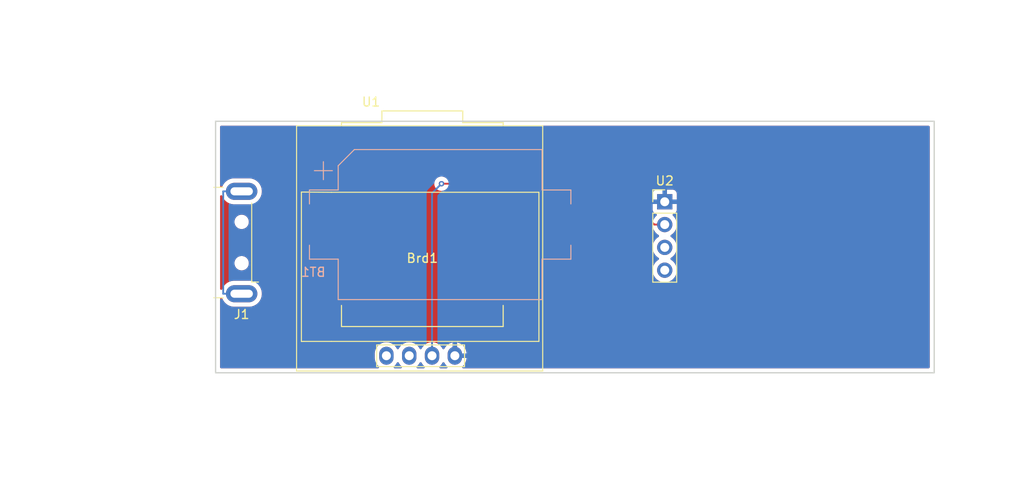
<source format=kicad_pcb>
(kicad_pcb (version 20241229) (generator "pcbnew") (generator_version "9.0")
  (layers (0 "F.Cu" signal) (2 "B.Cu" signal) (13 "F.Paste" user) (15 "B.Paste" user) (5 "F.SilkS" user "F.Silkscreen") (7 "B.SilkS" user "B.Silkscreen") (1 "F.Mask" user) (3 "B.Mask" user) (25 "Edge.Cuts" user))
  (net 0 "")
  (net 1 "GND")
  (net 4 "+5V")
  (net 16 "unconnected-(J1-Shield-Pad5)")
  (net 21 "+3.3V")
  (footprint "CustomLibrary:SCD40_CO2_module" (layer "F.Cu") (at 110 96.46)
    (property "Reference" "U2" (at 0 -2.33 0) (layer "F.SilkS"))
    (property "Value" "~")
    (fp_line (start -1.33 -1.33) (end 0 -1.33) (stroke (width 0.12)) (layer "F.SilkS"))
    (fp_line (start -1.33 0) (end -1.33 -1.33) (stroke (width 0.12)) (layer "F.SilkS"))
    (fp_line (start -1.33 1.27) (end -1.33 8.95) (stroke (width 0.12)) (layer "F.SilkS"))
    (fp_line (start -1.33 1.27) (end 1.33 1.27) (stroke (width 0.12)) (layer "F.SilkS"))
    (fp_line (start -1.33 8.95) (end 1.33 8.95) (stroke (width 0.12)) (layer "F.SilkS"))
    (fp_line (start 1.33 1.27) (end 1.33 8.95) (stroke (width 0.12)) (layer "F.SilkS"))
    (pad "1" thru_hole rect (at 0 0) (size 1.7 1.7) (drill 1) (layers "*.Cu" "*.Mask") (net 1 "GND"))
    (pad "2" thru_hole oval (at 0 2.54) (size 1.7 1.7) (drill 1) (layers "*.Cu" "*.Mask") (net 21 "+3.3V"))
    (pad "3" thru_hole oval (at 0 5.08) (size 1.7 1.7) (drill 1) (layers "*.Cu" "*.Mask"))
    (pad "4" thru_hole oval (at 0 7.62) (size 1.7 1.7) (drill 1) (layers "*.Cu" "*.Mask"))
  )
  (footprint "CustomLibrary:128x64OLED" (layer "F.Cu") (at 83.015 103 180)
    (property "Reference" "Brd1" (at 0 0.254 0) (layer "F.SilkS"))
    (property "Value" "SSD1306")
    (fp_line (start 14 15) (end -13.4 15) (stroke (width 0.12)) (layer "F.SilkS"))
    (fp_line (start 14 -12.3) (end 14 15) (stroke (width 0.12)) (layer "F.SilkS"))
    (fp_line (start 13.462 7.62) (end 13.462 -9.017) (stroke (width 0.12)) (layer "F.SilkS"))
    (fp_line (start 13.462 -9.017) (end 13.208 -9.005) (stroke (width 0.12)) (layer "F.SilkS"))
    (fp_line (start 10.122 7.595) (end 13.462 7.62) (stroke (width 0.12)) (layer "F.SilkS"))
    (fp_line (start 10.122 7.595) (end -12.978 7.595) (stroke (width 0.12)) (layer "F.SilkS"))
    (fp_line (start 10.122 -9.005) (end 13.208 -9.005) (stroke (width 0.12)) (layer "F.SilkS"))
    (fp_line (start 5.08 -9.398) (end -4.699 -9.398) (stroke (width 0.12)) (layer "F.SilkS"))
    (fp_line (start 5.08 -11.811) (end 5.08 -9.398) (stroke (width 0.12)) (layer "F.SilkS"))
    (fp_line (start -4.699 -11.811) (end 5.08 -11.811) (stroke (width 0.12)) (layer "F.SilkS"))
    (fp_line (start -4.699 -11.811) (end -4.699 -9.398) (stroke (width 0.12)) (layer "F.SilkS"))
    (fp_line (start -12.978 7.595) (end -12.978 -9.005) (stroke (width 0.12)) (layer "F.SilkS"))
    (fp_line (start -12.978 -9.005) (end 10.122 -9.005) (stroke (width 0.12)) (layer "F.SilkS"))
    (fp_line (start -13.4 15) (end -13.4 -12.3) (stroke (width 0.12)) (layer "F.SilkS"))
    (fp_line (start -13.4 -12.3) (end 14 -12.3) (stroke (width 0.12)) (layer "F.SilkS"))
    (pad "1" thru_hole oval (at -3.62 -10.6 270) (size 2 1.6) (drill 1) (layers "*.Cu" "*.Mask") (net 1 "GND"))
    (pad "2" thru_hole oval (at -1.08 -10.6 270) (size 2 1.6) (drill 1) (layers "*.Cu" "*.Mask") (net 21 "+3.3V"))
    (pad "3" thru_hole oval (at 1.46 -10.6 270) (size 2 1.6) (drill 1) (layers "*.Cu" "*.Mask"))
    (pad "4" thru_hole oval (at 4 -10.6 270) (size 2 1.6) (drill 1) (layers "*.Cu" "*.Mask"))
  )
  (footprint "Connector_USB:USB_A_CNCTech_1001-011-01101_Horizontal" (layer "F.Cu") (at 56 101 180)
    (property "Reference" "J1" (at -6.9 -8 0) (layer "F.SilkS"))
    (property "Value" "USB_A")
    (fp_line (start -4.85 6.145) (end -3.8 6.145) (stroke (width 0.12)) (layer "F.SilkS"))
    (fp_line (start -4.85 -6.145) (end -3.8 -6.145) (stroke (width 0.12)) (layer "F.SilkS"))
    (fp_line (start -8.02 -4.4) (end -8.02 4.4) (stroke (width 0.12)) (layer "F.SilkS"))
    (fp_line (start -8.02 -4.4) (end -8.775 -4.4) (stroke (width 0.12)) (layer "F.SilkS"))
    (pad "" np_thru_hole circle (at -6.9 -2.3 180) (size 1.1 1.1) (drill 1.1) (layers "*.Cu" "*.Mask"))
    (pad "" np_thru_hole circle (at -6.9 2.3 180) (size 1.1 1.1) (drill 1.1) (layers "*.Cu" "*.Mask"))
    (pad "1" smd rect (at -9.65 -3.5 180) (size 2.5 1.1) (layers "F.Cu" "F.Mask" "F.Paste") (net 4 "+5V"))
    (pad "2" smd rect (at -9.65 -1 180) (size 2.5 1.1) (layers "F.Cu" "F.Mask" "F.Paste"))
    (pad "3" smd rect (at -9.65 1 180) (size 2.5 1.1) (layers "F.Cu" "F.Mask" "F.Paste"))
    (pad "4" smd rect (at -9.65 3.5 180) (size 2.5 1.1) (layers "F.Cu" "F.Mask" "F.Paste") (net 1 "GND"))
    (pad "5" thru_hole oval (at -6.9 -5.7 180) (size 3.5 1.9) (drill oval 2.5 0.9) (property pad_prop_heatsink) (layers "*.Cu" "*.Mask") (net 16 "unconnected-(J1-Shield-Pad5)"))
    (pad "5" thru_hole oval (at -6.9 5.7 180) (size 3.5 1.9) (drill oval 2.5 0.9) (property pad_prop_heatsink) (layers "*.Cu" "*.Mask") (net 16 "unconnected-(J1-Shield-Pad5)"))
  )
  (footprint "CustomLibrary:ESP32-C3_SUPERMINI_SMD" (layer "F.Cu") (at 83.015 99)
    (property "Reference" "U1" (at -5.715 -13.6525 0) (layer "F.SilkS"))
    (property "Value" "ESP32-C3_SUPERMINI")
    (fp_line (start -9 -11.05) (end -9 -11.35) (stroke (width 0.127)) (layer "F.SilkS"))
    (fp_line (start -9 11.35) (end -9 9) (stroke (width 0.127)) (layer "F.SilkS"))
    (fp_line (start -4.5 -12.65) (end -4.5 -11.35) (stroke (width 0.127)) (layer "F.SilkS"))
    (fp_line (start -4.5 -11.35) (end -9 -11.35) (stroke (width 0.127)) (layer "F.SilkS"))
    (fp_line (start 4.5 -12.65) (end -4.5 -12.65) (stroke (width 0.127)) (layer "F.SilkS"))
    (fp_line (start 4.5 -12.65) (end 4.5 -11.35) (stroke (width 0.127)) (layer "F.SilkS"))
    (fp_line (start 9 -11.35) (end 4.5 -11.35) (stroke (width 0.127)) (layer "F.SilkS"))
    (fp_line (start 9 -11.05) (end 9 -11.35) (stroke (width 0.127)) (layer "F.SilkS"))
    (fp_line (start 9 11.35) (end -9 11.35) (stroke (width 0.127)) (layer "F.SilkS"))
    (fp_line (start 9 11.35) (end 9 9) (stroke (width 0.127)) (layer "F.SilkS"))
    (pad "0" smd rect (at 7.985 7.88) (size 3.025 1.524) (layers "F.Cu" "F.Mask" "F.Paste"))
    (pad "1" smd rect (at 7.985 5.34) (size 3.025 1.524) (layers "F.Cu" "F.Mask" "F.Paste"))
    (pad "2" smd rect (at 7.985 2.8) (size 3.025 1.524) (layers "F.Cu" "F.Mask" "F.Paste"))
    (pad "3" smd rect (at 7.985 0.26) (size 3.025 1.524) (layers "F.Cu" "F.Mask" "F.Paste"))
    (pad "3.3" smd rect (at 7.985 -4.82) (size 3.025 1.524) (layers "F.Cu" "F.Mask" "F.Paste") (net 21 "+3.3V"))
    (pad "4" smd rect (at 7.985 -2.28) (size 3.025 1.524) (layers "F.Cu" "F.Mask" "F.Paste"))
    (pad "5" smd rect (at -7.985 -9.9) (size 3.025 1.524) (layers "F.Cu" "F.Mask" "F.Paste"))
    (pad "5V" smd rect (at 7.985 -9.9) (size 3.025 1.524) (layers "F.Cu" "F.Mask" "F.Paste") (net 4 "+5V"))
    (pad "6" smd rect (at -7.985 -7.36) (size 3.025 1.524) (layers "F.Cu" "F.Mask" "F.Paste"))
    (pad "7" smd rect (at -7.985 -4.82) (size 3.025 1.524) (layers "F.Cu" "F.Mask" "F.Paste"))
    (pad "8" smd rect (at -7.985 -2.28) (size 3.025 1.524) (layers "F.Cu" "F.Mask" "F.Paste"))
    (pad "9" smd rect (at -7.985 0.26) (size 3.025 1.524) (layers "F.Cu" "F.Mask" "F.Paste"))
    (pad "10" smd rect (at -7.985 2.8) (size 3.025 1.524) (layers "F.Cu" "F.Mask" "F.Paste"))
    (pad "20" smd rect (at -7.985 5.34) (size 3.025 1.524) (layers "F.Cu" "F.Mask" "F.Paste"))
    (pad "21" smd rect (at -7.985 7.88) (size 3.025 1.524) (layers "F.Cu" "F.Mask" "F.Paste"))
    (pad "G" smd rect (at 7.985 -7.36) (size 3.025 1.524) (layers "F.Cu" "F.Mask" "F.Paste") (net 1 "GND"))
  )
  (footprint "CustomLibrary:BatteryHolder_Keystone_1060_1x2032" (layer "B.Cu") (at 85 99)
    (property "Reference" "BT1" (at -14.125 5.3 180) (layer "B.SilkS") (effects (justify mirror)))
    (property "Value" "Battery_Cell")
    (fp_line (start -14.55 -3.85) (end -14.55 -2.3) (stroke (width 0.12)) (layer "B.SilkS"))
    (fp_line (start -14.55 3.85) (end -14.55 2.3) (stroke (width 0.12)) (layer "B.SilkS"))
    (fp_line (start -13 -5) (end -13 -7) (stroke (width 0.12)) (layer "B.SilkS"))
    (fp_line (start -12 -6) (end -14 -6) (stroke (width 0.12)) (layer "B.SilkS"))
    (fp_line (start -11.35 -6.55) (end -11.35 -3.85) (stroke (width 0.12)) (layer "B.SilkS"))
    (fp_line (start -11.35 -3.85) (end -14.55 -3.85) (stroke (width 0.12)) (layer "B.SilkS"))
    (fp_line (start -11.35 3.85) (end -14.55 3.85) (stroke (width 0.12)) (layer "B.SilkS"))
    (fp_line (start -11.35 8.35) (end -11.35 3.85) (stroke (width 0.12)) (layer "B.SilkS"))
    (fp_line (start -11.35 8.35) (end 11.35 8.35) (stroke (width 0.12)) (layer "B.SilkS"))
    (fp_line (start -9.55 -8.35) (end -11.35 -6.55) (stroke (width 0.12)) (layer "B.SilkS"))
    (fp_line (start 11.35 -8.35) (end -9.55 -8.35) (stroke (width 0.12)) (layer "B.SilkS"))
    (fp_line (start 11.35 -8.35) (end 11.35 -3.85) (stroke (width 0.12)) (layer "B.SilkS"))
    (fp_line (start 11.35 -3.85) (end 14.55 -3.85) (stroke (width 0.12)) (layer "B.SilkS"))
    (fp_line (start 11.35 3.85) (end 14.55 3.85) (stroke (width 0.12)) (layer "B.SilkS"))
    (fp_line (start 11.35 8.35) (end 11.35 3.85) (stroke (width 0.12)) (layer "B.SilkS"))
    (fp_line (start 14.55 -3.85) (end 14.55 -2.3) (stroke (width 0.12)) (layer "B.SilkS"))
    (fp_line (start 14.55 3.85) (end 14.55 2.3) (stroke (width 0.12)) (layer "B.SilkS"))
    (pad "1" smd rect (at -14.65 0 180) (size 3.6 3.6) (layers "B.Cu" "B.Mask" "B.Paste") (net 21 "+3.3V"))
    (pad "2" smd rect (at 14.65 0 180) (size 3.6 3.6) (layers "B.Cu" "B.Mask" "B.Paste") (net 1 "GND"))
  )
  (gr_rect (start 60 87.5) (end 140 115.5) (stroke (width 0.15)) (fill no) (layer "Edge.Cuts"))
  (segment (start 67.2017 104.2871) (end 67.2017 104.5) (width 0.2) (layer "F.Cu") (net 4))
  (segment (start 76.6675 97.7837) (end 73.7051 97.7837) (width 0.2) (layer "F.Cu") (net 4))
  (segment (start 91 89.1) (end 85.3512 89.1) (width 0.2) (layer "F.Cu") (net 4))
  (segment (start 73.7051 97.7837) (end 67.2017 104.2871) (width 0.2) (layer "F.Cu") (net 4))
  (segment (start 85.3512 89.1) (end 76.6675 97.7837) (width 0.2) (layer "F.Cu") (net 4))
  (segment (start 65.65 104.5) (end 67.2017 104.5) (width 0.2) (layer "F.Cu") (net 4))
  (segment (start 62.9 95.3) (end 60.8483 95.3) (width 0.2) (layer "B.Cu") (net 16))
  (segment (start 60.8483 95.3) (end 60.8483 106.7) (width 0.2) (layer "B.Cu") (net 16))
  (segment (start 62.9 106.7) (end 60.8483 106.7) (width 0.2) (layer "B.Cu") (net 16))
  (segment (start 88.9158 94.45) (end 89.1858 94.18) (width 0.2) (layer "F.Cu") (net 21))
  (segment (start 104.0283 94.18) (end 108.8483 99) (width 0.2) (layer "F.Cu") (net 21))
  (segment (start 110 99) (end 108.8483 99) (width 0.2) (layer "F.Cu") (net 21))
  (segment (start 91 94.18) (end 89.1858 94.18) (width 0.2) (layer "F.Cu") (net 21))
  (segment (start 91 94.18) (end 104.0283 94.18) (width 0.2) (layer "F.Cu") (net 21))
  (segment (start 85.1484 94.45) (end 88.9158 94.45) (width 0.2) (layer "F.Cu") (net 21))
  (via (at 85.1484 94.45) (size 0.6) (drill 0.3) (layers "F.Cu" "B.Cu") (net 21))
  (segment (start 84.095 95.5034) (end 85.1484 94.45) (width 0.2) (layer "B.Cu") (net 21))
  (segment (start 84.095 113.6) (end 84.095 95.5034) (width 0.2) (layer "B.Cu") (net 21))
  (zone (net 1) (net_name "GND") (layers "F.Cu" "B.Cu") (connect_pads (clearance 0.5)) (min_thickness 0.25) (fill yes (thermal_gap 0.5) (thermal_bridge_width 0.5) (island_removal_mode 1) (island_area_min 10))
    (polygon (pts (xy 36 74) (xy 36 128) (xy 150 128) (xy 150 74)))
  )
)
</source>
